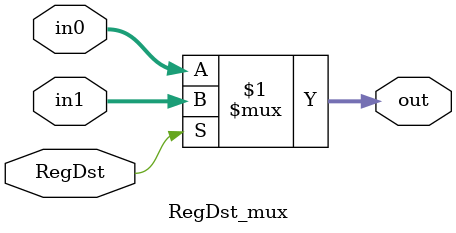
<source format=v>
`timescale 1ns / 1ps

module RegDst_mux(
input [4:0] in0,
input [4:0] in1,
input RegDst,
output [4:0] out
);
    assign out = (RegDst)? in1: in0;
endmodule

</source>
